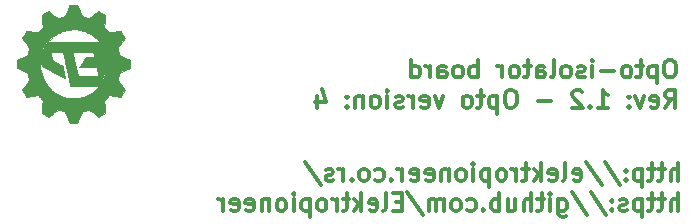
<source format=gbo>
G04 #@! TF.FileFunction,Legend,Bot*
%FSLAX46Y46*%
G04 Gerber Fmt 4.6, Leading zero omitted, Abs format (unit mm)*
G04 Created by KiCad (PCBNEW 4.0.6+dfsg1-1) date Mon Feb 26 19:53:53 2018*
%MOMM*%
%LPD*%
G01*
G04 APERTURE LIST*
%ADD10C,0.100000*%
%ADD11C,0.300000*%
%ADD12C,0.010000*%
G04 APERTURE END LIST*
D10*
D11*
X61825903Y22599309D02*
X61540189Y22599309D01*
X61397331Y22527880D01*
X61254474Y22385023D01*
X61183046Y22099309D01*
X61183046Y21599309D01*
X61254474Y21313594D01*
X61397331Y21170737D01*
X61540189Y21099309D01*
X61825903Y21099309D01*
X61968760Y21170737D01*
X62111617Y21313594D01*
X62183046Y21599309D01*
X62183046Y22099309D01*
X62111617Y22385023D01*
X61968760Y22527880D01*
X61825903Y22599309D01*
X60540188Y22099309D02*
X60540188Y20599309D01*
X60540188Y22027880D02*
X60397331Y22099309D01*
X60111617Y22099309D01*
X59968760Y22027880D01*
X59897331Y21956451D01*
X59825902Y21813594D01*
X59825902Y21385023D01*
X59897331Y21242166D01*
X59968760Y21170737D01*
X60111617Y21099309D01*
X60397331Y21099309D01*
X60540188Y21170737D01*
X59397331Y22099309D02*
X58825902Y22099309D01*
X59183045Y22599309D02*
X59183045Y21313594D01*
X59111617Y21170737D01*
X58968759Y21099309D01*
X58825902Y21099309D01*
X58111616Y21099309D02*
X58254474Y21170737D01*
X58325902Y21242166D01*
X58397331Y21385023D01*
X58397331Y21813594D01*
X58325902Y21956451D01*
X58254474Y22027880D01*
X58111616Y22099309D01*
X57897331Y22099309D01*
X57754474Y22027880D01*
X57683045Y21956451D01*
X57611616Y21813594D01*
X57611616Y21385023D01*
X57683045Y21242166D01*
X57754474Y21170737D01*
X57897331Y21099309D01*
X58111616Y21099309D01*
X56968759Y21670737D02*
X55825902Y21670737D01*
X55111616Y21099309D02*
X55111616Y22099309D01*
X55111616Y22599309D02*
X55183045Y22527880D01*
X55111616Y22456451D01*
X55040188Y22527880D01*
X55111616Y22599309D01*
X55111616Y22456451D01*
X54468759Y21170737D02*
X54325902Y21099309D01*
X54040187Y21099309D01*
X53897330Y21170737D01*
X53825902Y21313594D01*
X53825902Y21385023D01*
X53897330Y21527880D01*
X54040187Y21599309D01*
X54254473Y21599309D01*
X54397330Y21670737D01*
X54468759Y21813594D01*
X54468759Y21885023D01*
X54397330Y22027880D01*
X54254473Y22099309D01*
X54040187Y22099309D01*
X53897330Y22027880D01*
X52968758Y21099309D02*
X53111616Y21170737D01*
X53183044Y21242166D01*
X53254473Y21385023D01*
X53254473Y21813594D01*
X53183044Y21956451D01*
X53111616Y22027880D01*
X52968758Y22099309D01*
X52754473Y22099309D01*
X52611616Y22027880D01*
X52540187Y21956451D01*
X52468758Y21813594D01*
X52468758Y21385023D01*
X52540187Y21242166D01*
X52611616Y21170737D01*
X52754473Y21099309D01*
X52968758Y21099309D01*
X51611615Y21099309D02*
X51754473Y21170737D01*
X51825901Y21313594D01*
X51825901Y22599309D01*
X50397330Y21099309D02*
X50397330Y21885023D01*
X50468759Y22027880D01*
X50611616Y22099309D01*
X50897330Y22099309D01*
X51040187Y22027880D01*
X50397330Y21170737D02*
X50540187Y21099309D01*
X50897330Y21099309D01*
X51040187Y21170737D01*
X51111616Y21313594D01*
X51111616Y21456451D01*
X51040187Y21599309D01*
X50897330Y21670737D01*
X50540187Y21670737D01*
X50397330Y21742166D01*
X49897330Y22099309D02*
X49325901Y22099309D01*
X49683044Y22599309D02*
X49683044Y21313594D01*
X49611616Y21170737D01*
X49468758Y21099309D01*
X49325901Y21099309D01*
X48611615Y21099309D02*
X48754473Y21170737D01*
X48825901Y21242166D01*
X48897330Y21385023D01*
X48897330Y21813594D01*
X48825901Y21956451D01*
X48754473Y22027880D01*
X48611615Y22099309D01*
X48397330Y22099309D01*
X48254473Y22027880D01*
X48183044Y21956451D01*
X48111615Y21813594D01*
X48111615Y21385023D01*
X48183044Y21242166D01*
X48254473Y21170737D01*
X48397330Y21099309D01*
X48611615Y21099309D01*
X47468758Y21099309D02*
X47468758Y22099309D01*
X47468758Y21813594D02*
X47397330Y21956451D01*
X47325901Y22027880D01*
X47183044Y22099309D01*
X47040187Y22099309D01*
X45397330Y21099309D02*
X45397330Y22599309D01*
X45397330Y22027880D02*
X45254473Y22099309D01*
X44968759Y22099309D01*
X44825902Y22027880D01*
X44754473Y21956451D01*
X44683044Y21813594D01*
X44683044Y21385023D01*
X44754473Y21242166D01*
X44825902Y21170737D01*
X44968759Y21099309D01*
X45254473Y21099309D01*
X45397330Y21170737D01*
X43825901Y21099309D02*
X43968759Y21170737D01*
X44040187Y21242166D01*
X44111616Y21385023D01*
X44111616Y21813594D01*
X44040187Y21956451D01*
X43968759Y22027880D01*
X43825901Y22099309D01*
X43611616Y22099309D01*
X43468759Y22027880D01*
X43397330Y21956451D01*
X43325901Y21813594D01*
X43325901Y21385023D01*
X43397330Y21242166D01*
X43468759Y21170737D01*
X43611616Y21099309D01*
X43825901Y21099309D01*
X42040187Y21099309D02*
X42040187Y21885023D01*
X42111616Y22027880D01*
X42254473Y22099309D01*
X42540187Y22099309D01*
X42683044Y22027880D01*
X42040187Y21170737D02*
X42183044Y21099309D01*
X42540187Y21099309D01*
X42683044Y21170737D01*
X42754473Y21313594D01*
X42754473Y21456451D01*
X42683044Y21599309D01*
X42540187Y21670737D01*
X42183044Y21670737D01*
X42040187Y21742166D01*
X41325901Y21099309D02*
X41325901Y22099309D01*
X41325901Y21813594D02*
X41254473Y21956451D01*
X41183044Y22027880D01*
X41040187Y22099309D01*
X40897330Y22099309D01*
X39754473Y21099309D02*
X39754473Y22599309D01*
X39754473Y21170737D02*
X39897330Y21099309D01*
X40183044Y21099309D01*
X40325902Y21170737D01*
X40397330Y21242166D01*
X40468759Y21385023D01*
X40468759Y21813594D01*
X40397330Y21956451D01*
X40325902Y22027880D01*
X40183044Y22099309D01*
X39897330Y22099309D01*
X39754473Y22027880D01*
X61254474Y18549309D02*
X61754474Y19263594D01*
X62111617Y18549309D02*
X62111617Y20049309D01*
X61540189Y20049309D01*
X61397331Y19977880D01*
X61325903Y19906451D01*
X61254474Y19763594D01*
X61254474Y19549309D01*
X61325903Y19406451D01*
X61397331Y19335023D01*
X61540189Y19263594D01*
X62111617Y19263594D01*
X60040189Y18620737D02*
X60183046Y18549309D01*
X60468760Y18549309D01*
X60611617Y18620737D01*
X60683046Y18763594D01*
X60683046Y19335023D01*
X60611617Y19477880D01*
X60468760Y19549309D01*
X60183046Y19549309D01*
X60040189Y19477880D01*
X59968760Y19335023D01*
X59968760Y19192166D01*
X60683046Y19049309D01*
X59468760Y19549309D02*
X59111617Y18549309D01*
X58754475Y19549309D01*
X58183046Y18692166D02*
X58111618Y18620737D01*
X58183046Y18549309D01*
X58254475Y18620737D01*
X58183046Y18692166D01*
X58183046Y18549309D01*
X58183046Y19477880D02*
X58111618Y19406451D01*
X58183046Y19335023D01*
X58254475Y19406451D01*
X58183046Y19477880D01*
X58183046Y19335023D01*
X55540189Y18549309D02*
X56397332Y18549309D01*
X55968760Y18549309D02*
X55968760Y20049309D01*
X56111617Y19835023D01*
X56254475Y19692166D01*
X56397332Y19620737D01*
X54897332Y18692166D02*
X54825904Y18620737D01*
X54897332Y18549309D01*
X54968761Y18620737D01*
X54897332Y18692166D01*
X54897332Y18549309D01*
X54254475Y19906451D02*
X54183046Y19977880D01*
X54040189Y20049309D01*
X53683046Y20049309D01*
X53540189Y19977880D01*
X53468760Y19906451D01*
X53397332Y19763594D01*
X53397332Y19620737D01*
X53468760Y19406451D01*
X54325903Y18549309D01*
X53397332Y18549309D01*
X51611618Y19120737D02*
X50468761Y19120737D01*
X48325904Y20049309D02*
X48040190Y20049309D01*
X47897332Y19977880D01*
X47754475Y19835023D01*
X47683047Y19549309D01*
X47683047Y19049309D01*
X47754475Y18763594D01*
X47897332Y18620737D01*
X48040190Y18549309D01*
X48325904Y18549309D01*
X48468761Y18620737D01*
X48611618Y18763594D01*
X48683047Y19049309D01*
X48683047Y19549309D01*
X48611618Y19835023D01*
X48468761Y19977880D01*
X48325904Y20049309D01*
X47040189Y19549309D02*
X47040189Y18049309D01*
X47040189Y19477880D02*
X46897332Y19549309D01*
X46611618Y19549309D01*
X46468761Y19477880D01*
X46397332Y19406451D01*
X46325903Y19263594D01*
X46325903Y18835023D01*
X46397332Y18692166D01*
X46468761Y18620737D01*
X46611618Y18549309D01*
X46897332Y18549309D01*
X47040189Y18620737D01*
X45897332Y19549309D02*
X45325903Y19549309D01*
X45683046Y20049309D02*
X45683046Y18763594D01*
X45611618Y18620737D01*
X45468760Y18549309D01*
X45325903Y18549309D01*
X44611617Y18549309D02*
X44754475Y18620737D01*
X44825903Y18692166D01*
X44897332Y18835023D01*
X44897332Y19263594D01*
X44825903Y19406451D01*
X44754475Y19477880D01*
X44611617Y19549309D01*
X44397332Y19549309D01*
X44254475Y19477880D01*
X44183046Y19406451D01*
X44111617Y19263594D01*
X44111617Y18835023D01*
X44183046Y18692166D01*
X44254475Y18620737D01*
X44397332Y18549309D01*
X44611617Y18549309D01*
X42468760Y19549309D02*
X42111617Y18549309D01*
X41754475Y19549309D01*
X40611618Y18620737D02*
X40754475Y18549309D01*
X41040189Y18549309D01*
X41183046Y18620737D01*
X41254475Y18763594D01*
X41254475Y19335023D01*
X41183046Y19477880D01*
X41040189Y19549309D01*
X40754475Y19549309D01*
X40611618Y19477880D01*
X40540189Y19335023D01*
X40540189Y19192166D01*
X41254475Y19049309D01*
X39897332Y18549309D02*
X39897332Y19549309D01*
X39897332Y19263594D02*
X39825904Y19406451D01*
X39754475Y19477880D01*
X39611618Y19549309D01*
X39468761Y19549309D01*
X39040190Y18620737D02*
X38897333Y18549309D01*
X38611618Y18549309D01*
X38468761Y18620737D01*
X38397333Y18763594D01*
X38397333Y18835023D01*
X38468761Y18977880D01*
X38611618Y19049309D01*
X38825904Y19049309D01*
X38968761Y19120737D01*
X39040190Y19263594D01*
X39040190Y19335023D01*
X38968761Y19477880D01*
X38825904Y19549309D01*
X38611618Y19549309D01*
X38468761Y19477880D01*
X37754475Y18549309D02*
X37754475Y19549309D01*
X37754475Y20049309D02*
X37825904Y19977880D01*
X37754475Y19906451D01*
X37683047Y19977880D01*
X37754475Y20049309D01*
X37754475Y19906451D01*
X36825903Y18549309D02*
X36968761Y18620737D01*
X37040189Y18692166D01*
X37111618Y18835023D01*
X37111618Y19263594D01*
X37040189Y19406451D01*
X36968761Y19477880D01*
X36825903Y19549309D01*
X36611618Y19549309D01*
X36468761Y19477880D01*
X36397332Y19406451D01*
X36325903Y19263594D01*
X36325903Y18835023D01*
X36397332Y18692166D01*
X36468761Y18620737D01*
X36611618Y18549309D01*
X36825903Y18549309D01*
X35683046Y19549309D02*
X35683046Y18549309D01*
X35683046Y19406451D02*
X35611618Y19477880D01*
X35468760Y19549309D01*
X35254475Y19549309D01*
X35111618Y19477880D01*
X35040189Y19335023D01*
X35040189Y18549309D01*
X34325903Y18692166D02*
X34254475Y18620737D01*
X34325903Y18549309D01*
X34397332Y18620737D01*
X34325903Y18692166D01*
X34325903Y18549309D01*
X34325903Y19477880D02*
X34254475Y19406451D01*
X34325903Y19335023D01*
X34397332Y19406451D01*
X34325903Y19477880D01*
X34325903Y19335023D01*
X31825903Y19549309D02*
X31825903Y18549309D01*
X32183046Y20120737D02*
X32540189Y19049309D01*
X31611617Y19049309D01*
X62378617Y12347309D02*
X62378617Y13847309D01*
X61735760Y12347309D02*
X61735760Y13133023D01*
X61807189Y13275880D01*
X61950046Y13347309D01*
X62164331Y13347309D01*
X62307189Y13275880D01*
X62378617Y13204451D01*
X61235760Y13347309D02*
X60664331Y13347309D01*
X61021474Y13847309D02*
X61021474Y12561594D01*
X60950046Y12418737D01*
X60807188Y12347309D01*
X60664331Y12347309D01*
X60378617Y13347309D02*
X59807188Y13347309D01*
X60164331Y13847309D02*
X60164331Y12561594D01*
X60092903Y12418737D01*
X59950045Y12347309D01*
X59807188Y12347309D01*
X59307188Y13347309D02*
X59307188Y11847309D01*
X59307188Y13275880D02*
X59164331Y13347309D01*
X58878617Y13347309D01*
X58735760Y13275880D01*
X58664331Y13204451D01*
X58592902Y13061594D01*
X58592902Y12633023D01*
X58664331Y12490166D01*
X58735760Y12418737D01*
X58878617Y12347309D01*
X59164331Y12347309D01*
X59307188Y12418737D01*
X57950045Y12490166D02*
X57878617Y12418737D01*
X57950045Y12347309D01*
X58021474Y12418737D01*
X57950045Y12490166D01*
X57950045Y12347309D01*
X57950045Y13275880D02*
X57878617Y13204451D01*
X57950045Y13133023D01*
X58021474Y13204451D01*
X57950045Y13275880D01*
X57950045Y13133023D01*
X56164331Y13918737D02*
X57450045Y11990166D01*
X54592902Y13918737D02*
X55878616Y11990166D01*
X53521473Y12418737D02*
X53664330Y12347309D01*
X53950044Y12347309D01*
X54092901Y12418737D01*
X54164330Y12561594D01*
X54164330Y13133023D01*
X54092901Y13275880D01*
X53950044Y13347309D01*
X53664330Y13347309D01*
X53521473Y13275880D01*
X53450044Y13133023D01*
X53450044Y12990166D01*
X54164330Y12847309D01*
X52592901Y12347309D02*
X52735759Y12418737D01*
X52807187Y12561594D01*
X52807187Y13847309D01*
X51450045Y12418737D02*
X51592902Y12347309D01*
X51878616Y12347309D01*
X52021473Y12418737D01*
X52092902Y12561594D01*
X52092902Y13133023D01*
X52021473Y13275880D01*
X51878616Y13347309D01*
X51592902Y13347309D01*
X51450045Y13275880D01*
X51378616Y13133023D01*
X51378616Y12990166D01*
X52092902Y12847309D01*
X50735759Y12347309D02*
X50735759Y13847309D01*
X50592902Y12918737D02*
X50164331Y12347309D01*
X50164331Y13347309D02*
X50735759Y12775880D01*
X49735759Y13347309D02*
X49164330Y13347309D01*
X49521473Y13847309D02*
X49521473Y12561594D01*
X49450045Y12418737D01*
X49307187Y12347309D01*
X49164330Y12347309D01*
X48664330Y12347309D02*
X48664330Y13347309D01*
X48664330Y13061594D02*
X48592902Y13204451D01*
X48521473Y13275880D01*
X48378616Y13347309D01*
X48235759Y13347309D01*
X47521473Y12347309D02*
X47664331Y12418737D01*
X47735759Y12490166D01*
X47807188Y12633023D01*
X47807188Y13061594D01*
X47735759Y13204451D01*
X47664331Y13275880D01*
X47521473Y13347309D01*
X47307188Y13347309D01*
X47164331Y13275880D01*
X47092902Y13204451D01*
X47021473Y13061594D01*
X47021473Y12633023D01*
X47092902Y12490166D01*
X47164331Y12418737D01*
X47307188Y12347309D01*
X47521473Y12347309D01*
X46378616Y13347309D02*
X46378616Y11847309D01*
X46378616Y13275880D02*
X46235759Y13347309D01*
X45950045Y13347309D01*
X45807188Y13275880D01*
X45735759Y13204451D01*
X45664330Y13061594D01*
X45664330Y12633023D01*
X45735759Y12490166D01*
X45807188Y12418737D01*
X45950045Y12347309D01*
X46235759Y12347309D01*
X46378616Y12418737D01*
X45021473Y12347309D02*
X45021473Y13347309D01*
X45021473Y13847309D02*
X45092902Y13775880D01*
X45021473Y13704451D01*
X44950045Y13775880D01*
X45021473Y13847309D01*
X45021473Y13704451D01*
X44092901Y12347309D02*
X44235759Y12418737D01*
X44307187Y12490166D01*
X44378616Y12633023D01*
X44378616Y13061594D01*
X44307187Y13204451D01*
X44235759Y13275880D01*
X44092901Y13347309D01*
X43878616Y13347309D01*
X43735759Y13275880D01*
X43664330Y13204451D01*
X43592901Y13061594D01*
X43592901Y12633023D01*
X43664330Y12490166D01*
X43735759Y12418737D01*
X43878616Y12347309D01*
X44092901Y12347309D01*
X42950044Y13347309D02*
X42950044Y12347309D01*
X42950044Y13204451D02*
X42878616Y13275880D01*
X42735758Y13347309D01*
X42521473Y13347309D01*
X42378616Y13275880D01*
X42307187Y13133023D01*
X42307187Y12347309D01*
X41021473Y12418737D02*
X41164330Y12347309D01*
X41450044Y12347309D01*
X41592901Y12418737D01*
X41664330Y12561594D01*
X41664330Y13133023D01*
X41592901Y13275880D01*
X41450044Y13347309D01*
X41164330Y13347309D01*
X41021473Y13275880D01*
X40950044Y13133023D01*
X40950044Y12990166D01*
X41664330Y12847309D01*
X39735759Y12418737D02*
X39878616Y12347309D01*
X40164330Y12347309D01*
X40307187Y12418737D01*
X40378616Y12561594D01*
X40378616Y13133023D01*
X40307187Y13275880D01*
X40164330Y13347309D01*
X39878616Y13347309D01*
X39735759Y13275880D01*
X39664330Y13133023D01*
X39664330Y12990166D01*
X40378616Y12847309D01*
X39021473Y12347309D02*
X39021473Y13347309D01*
X39021473Y13061594D02*
X38950045Y13204451D01*
X38878616Y13275880D01*
X38735759Y13347309D01*
X38592902Y13347309D01*
X38092902Y12490166D02*
X38021474Y12418737D01*
X38092902Y12347309D01*
X38164331Y12418737D01*
X38092902Y12490166D01*
X38092902Y12347309D01*
X36735759Y12418737D02*
X36878616Y12347309D01*
X37164330Y12347309D01*
X37307188Y12418737D01*
X37378616Y12490166D01*
X37450045Y12633023D01*
X37450045Y13061594D01*
X37378616Y13204451D01*
X37307188Y13275880D01*
X37164330Y13347309D01*
X36878616Y13347309D01*
X36735759Y13275880D01*
X35878616Y12347309D02*
X36021474Y12418737D01*
X36092902Y12490166D01*
X36164331Y12633023D01*
X36164331Y13061594D01*
X36092902Y13204451D01*
X36021474Y13275880D01*
X35878616Y13347309D01*
X35664331Y13347309D01*
X35521474Y13275880D01*
X35450045Y13204451D01*
X35378616Y13061594D01*
X35378616Y12633023D01*
X35450045Y12490166D01*
X35521474Y12418737D01*
X35664331Y12347309D01*
X35878616Y12347309D01*
X34735759Y12490166D02*
X34664331Y12418737D01*
X34735759Y12347309D01*
X34807188Y12418737D01*
X34735759Y12490166D01*
X34735759Y12347309D01*
X34021473Y12347309D02*
X34021473Y13347309D01*
X34021473Y13061594D02*
X33950045Y13204451D01*
X33878616Y13275880D01*
X33735759Y13347309D01*
X33592902Y13347309D01*
X33164331Y12418737D02*
X33021474Y12347309D01*
X32735759Y12347309D01*
X32592902Y12418737D01*
X32521474Y12561594D01*
X32521474Y12633023D01*
X32592902Y12775880D01*
X32735759Y12847309D01*
X32950045Y12847309D01*
X33092902Y12918737D01*
X33164331Y13061594D01*
X33164331Y13133023D01*
X33092902Y13275880D01*
X32950045Y13347309D01*
X32735759Y13347309D01*
X32592902Y13275880D01*
X30807188Y13918737D02*
X32092902Y11990166D01*
X62378617Y9797309D02*
X62378617Y11297309D01*
X61735760Y9797309D02*
X61735760Y10583023D01*
X61807189Y10725880D01*
X61950046Y10797309D01*
X62164331Y10797309D01*
X62307189Y10725880D01*
X62378617Y10654451D01*
X61235760Y10797309D02*
X60664331Y10797309D01*
X61021474Y11297309D02*
X61021474Y10011594D01*
X60950046Y9868737D01*
X60807188Y9797309D01*
X60664331Y9797309D01*
X60378617Y10797309D02*
X59807188Y10797309D01*
X60164331Y11297309D02*
X60164331Y10011594D01*
X60092903Y9868737D01*
X59950045Y9797309D01*
X59807188Y9797309D01*
X59307188Y10797309D02*
X59307188Y9297309D01*
X59307188Y10725880D02*
X59164331Y10797309D01*
X58878617Y10797309D01*
X58735760Y10725880D01*
X58664331Y10654451D01*
X58592902Y10511594D01*
X58592902Y10083023D01*
X58664331Y9940166D01*
X58735760Y9868737D01*
X58878617Y9797309D01*
X59164331Y9797309D01*
X59307188Y9868737D01*
X58021474Y9868737D02*
X57878617Y9797309D01*
X57592902Y9797309D01*
X57450045Y9868737D01*
X57378617Y10011594D01*
X57378617Y10083023D01*
X57450045Y10225880D01*
X57592902Y10297309D01*
X57807188Y10297309D01*
X57950045Y10368737D01*
X58021474Y10511594D01*
X58021474Y10583023D01*
X57950045Y10725880D01*
X57807188Y10797309D01*
X57592902Y10797309D01*
X57450045Y10725880D01*
X56735759Y9940166D02*
X56664331Y9868737D01*
X56735759Y9797309D01*
X56807188Y9868737D01*
X56735759Y9940166D01*
X56735759Y9797309D01*
X56735759Y10725880D02*
X56664331Y10654451D01*
X56735759Y10583023D01*
X56807188Y10654451D01*
X56735759Y10725880D01*
X56735759Y10583023D01*
X54950045Y11368737D02*
X56235759Y9440166D01*
X53378616Y11368737D02*
X54664330Y9440166D01*
X52235758Y10797309D02*
X52235758Y9583023D01*
X52307187Y9440166D01*
X52378615Y9368737D01*
X52521472Y9297309D01*
X52735758Y9297309D01*
X52878615Y9368737D01*
X52235758Y9868737D02*
X52378615Y9797309D01*
X52664329Y9797309D01*
X52807187Y9868737D01*
X52878615Y9940166D01*
X52950044Y10083023D01*
X52950044Y10511594D01*
X52878615Y10654451D01*
X52807187Y10725880D01*
X52664329Y10797309D01*
X52378615Y10797309D01*
X52235758Y10725880D01*
X51521472Y9797309D02*
X51521472Y10797309D01*
X51521472Y11297309D02*
X51592901Y11225880D01*
X51521472Y11154451D01*
X51450044Y11225880D01*
X51521472Y11297309D01*
X51521472Y11154451D01*
X51021472Y10797309D02*
X50450043Y10797309D01*
X50807186Y11297309D02*
X50807186Y10011594D01*
X50735758Y9868737D01*
X50592900Y9797309D01*
X50450043Y9797309D01*
X49950043Y9797309D02*
X49950043Y11297309D01*
X49307186Y9797309D02*
X49307186Y10583023D01*
X49378615Y10725880D01*
X49521472Y10797309D01*
X49735757Y10797309D01*
X49878615Y10725880D01*
X49950043Y10654451D01*
X47950043Y10797309D02*
X47950043Y9797309D01*
X48592900Y10797309D02*
X48592900Y10011594D01*
X48521472Y9868737D01*
X48378614Y9797309D01*
X48164329Y9797309D01*
X48021472Y9868737D01*
X47950043Y9940166D01*
X47235757Y9797309D02*
X47235757Y11297309D01*
X47235757Y10725880D02*
X47092900Y10797309D01*
X46807186Y10797309D01*
X46664329Y10725880D01*
X46592900Y10654451D01*
X46521471Y10511594D01*
X46521471Y10083023D01*
X46592900Y9940166D01*
X46664329Y9868737D01*
X46807186Y9797309D01*
X47092900Y9797309D01*
X47235757Y9868737D01*
X45878614Y9940166D02*
X45807186Y9868737D01*
X45878614Y9797309D01*
X45950043Y9868737D01*
X45878614Y9940166D01*
X45878614Y9797309D01*
X44521471Y9868737D02*
X44664328Y9797309D01*
X44950042Y9797309D01*
X45092900Y9868737D01*
X45164328Y9940166D01*
X45235757Y10083023D01*
X45235757Y10511594D01*
X45164328Y10654451D01*
X45092900Y10725880D01*
X44950042Y10797309D01*
X44664328Y10797309D01*
X44521471Y10725880D01*
X43664328Y9797309D02*
X43807186Y9868737D01*
X43878614Y9940166D01*
X43950043Y10083023D01*
X43950043Y10511594D01*
X43878614Y10654451D01*
X43807186Y10725880D01*
X43664328Y10797309D01*
X43450043Y10797309D01*
X43307186Y10725880D01*
X43235757Y10654451D01*
X43164328Y10511594D01*
X43164328Y10083023D01*
X43235757Y9940166D01*
X43307186Y9868737D01*
X43450043Y9797309D01*
X43664328Y9797309D01*
X42521471Y9797309D02*
X42521471Y10797309D01*
X42521471Y10654451D02*
X42450043Y10725880D01*
X42307185Y10797309D01*
X42092900Y10797309D01*
X41950043Y10725880D01*
X41878614Y10583023D01*
X41878614Y9797309D01*
X41878614Y10583023D02*
X41807185Y10725880D01*
X41664328Y10797309D01*
X41450043Y10797309D01*
X41307185Y10725880D01*
X41235757Y10583023D01*
X41235757Y9797309D01*
X39450043Y11368737D02*
X40735757Y9440166D01*
X38950042Y10583023D02*
X38450042Y10583023D01*
X38235756Y9797309D02*
X38950042Y9797309D01*
X38950042Y11297309D01*
X38235756Y11297309D01*
X37378613Y9797309D02*
X37521471Y9868737D01*
X37592899Y10011594D01*
X37592899Y11297309D01*
X36235757Y9868737D02*
X36378614Y9797309D01*
X36664328Y9797309D01*
X36807185Y9868737D01*
X36878614Y10011594D01*
X36878614Y10583023D01*
X36807185Y10725880D01*
X36664328Y10797309D01*
X36378614Y10797309D01*
X36235757Y10725880D01*
X36164328Y10583023D01*
X36164328Y10440166D01*
X36878614Y10297309D01*
X35521471Y9797309D02*
X35521471Y11297309D01*
X35378614Y10368737D02*
X34950043Y9797309D01*
X34950043Y10797309D02*
X35521471Y10225880D01*
X34521471Y10797309D02*
X33950042Y10797309D01*
X34307185Y11297309D02*
X34307185Y10011594D01*
X34235757Y9868737D01*
X34092899Y9797309D01*
X33950042Y9797309D01*
X33450042Y9797309D02*
X33450042Y10797309D01*
X33450042Y10511594D02*
X33378614Y10654451D01*
X33307185Y10725880D01*
X33164328Y10797309D01*
X33021471Y10797309D01*
X32307185Y9797309D02*
X32450043Y9868737D01*
X32521471Y9940166D01*
X32592900Y10083023D01*
X32592900Y10511594D01*
X32521471Y10654451D01*
X32450043Y10725880D01*
X32307185Y10797309D01*
X32092900Y10797309D01*
X31950043Y10725880D01*
X31878614Y10654451D01*
X31807185Y10511594D01*
X31807185Y10083023D01*
X31878614Y9940166D01*
X31950043Y9868737D01*
X32092900Y9797309D01*
X32307185Y9797309D01*
X31164328Y10797309D02*
X31164328Y9297309D01*
X31164328Y10725880D02*
X31021471Y10797309D01*
X30735757Y10797309D01*
X30592900Y10725880D01*
X30521471Y10654451D01*
X30450042Y10511594D01*
X30450042Y10083023D01*
X30521471Y9940166D01*
X30592900Y9868737D01*
X30735757Y9797309D01*
X31021471Y9797309D01*
X31164328Y9868737D01*
X29807185Y9797309D02*
X29807185Y10797309D01*
X29807185Y11297309D02*
X29878614Y11225880D01*
X29807185Y11154451D01*
X29735757Y11225880D01*
X29807185Y11297309D01*
X29807185Y11154451D01*
X28878613Y9797309D02*
X29021471Y9868737D01*
X29092899Y9940166D01*
X29164328Y10083023D01*
X29164328Y10511594D01*
X29092899Y10654451D01*
X29021471Y10725880D01*
X28878613Y10797309D01*
X28664328Y10797309D01*
X28521471Y10725880D01*
X28450042Y10654451D01*
X28378613Y10511594D01*
X28378613Y10083023D01*
X28450042Y9940166D01*
X28521471Y9868737D01*
X28664328Y9797309D01*
X28878613Y9797309D01*
X27735756Y10797309D02*
X27735756Y9797309D01*
X27735756Y10654451D02*
X27664328Y10725880D01*
X27521470Y10797309D01*
X27307185Y10797309D01*
X27164328Y10725880D01*
X27092899Y10583023D01*
X27092899Y9797309D01*
X25807185Y9868737D02*
X25950042Y9797309D01*
X26235756Y9797309D01*
X26378613Y9868737D01*
X26450042Y10011594D01*
X26450042Y10583023D01*
X26378613Y10725880D01*
X26235756Y10797309D01*
X25950042Y10797309D01*
X25807185Y10725880D01*
X25735756Y10583023D01*
X25735756Y10440166D01*
X26450042Y10297309D01*
X24521471Y9868737D02*
X24664328Y9797309D01*
X24950042Y9797309D01*
X25092899Y9868737D01*
X25164328Y10011594D01*
X25164328Y10583023D01*
X25092899Y10725880D01*
X24950042Y10797309D01*
X24664328Y10797309D01*
X24521471Y10725880D01*
X24450042Y10583023D01*
X24450042Y10440166D01*
X25164328Y10297309D01*
X23807185Y9797309D02*
X23807185Y10797309D01*
X23807185Y10511594D02*
X23735757Y10654451D01*
X23664328Y10725880D01*
X23521471Y10797309D01*
X23378614Y10797309D01*
D12*
G36*
X11077808Y27226272D02*
X11000138Y27225862D01*
X10932722Y27225200D01*
X10880369Y27224287D01*
X10847889Y27223123D01*
X10839481Y27222105D01*
X10833085Y27208578D01*
X10816842Y27172048D01*
X10792032Y27115452D01*
X10759933Y27041724D01*
X10721822Y26953801D01*
X10678978Y26854616D01*
X10634938Y26752357D01*
X10588770Y26645151D01*
X10546121Y26546386D01*
X10508268Y26459001D01*
X10476489Y26385937D01*
X10452064Y26330131D01*
X10436270Y26294524D01*
X10430423Y26282083D01*
X10415709Y26276964D01*
X10379542Y26267110D01*
X10327967Y26254116D01*
X10287515Y26244379D01*
X10207639Y26224160D01*
X10117246Y26199250D01*
X10032501Y26174152D01*
X10010489Y26167225D01*
X9871985Y26122832D01*
X9464580Y26428154D01*
X9357347Y26508374D01*
X9270276Y26573057D01*
X9201046Y26623724D01*
X9147339Y26661899D01*
X9106834Y26689106D01*
X9077212Y26706869D01*
X9056153Y26716711D01*
X9041338Y26720155D01*
X9030448Y26718725D01*
X9025509Y26716530D01*
X9004180Y26704408D01*
X8962737Y26680255D01*
X8905304Y26646495D01*
X8836003Y26605554D01*
X8758957Y26559859D01*
X8736629Y26546585D01*
X8479414Y26393586D01*
X8485743Y26340305D01*
X8488690Y26313586D01*
X8494106Y26262571D01*
X8501597Y26191042D01*
X8510772Y26102780D01*
X8521234Y26001565D01*
X8532592Y25891178D01*
X8539728Y25821582D01*
X8587385Y25356140D01*
X8420625Y25186582D01*
X8361778Y25126522D01*
X8306903Y25070099D01*
X8260366Y25021834D01*
X8226534Y24986250D01*
X8213651Y24972313D01*
X8173438Y24927601D01*
X7674556Y24983783D01*
X7559257Y24996637D01*
X7453180Y25008214D01*
X7359500Y25018184D01*
X7281394Y25026221D01*
X7222035Y25031998D01*
X7184600Y25035188D01*
X7172247Y25035550D01*
X7164700Y25022512D01*
X7145351Y24988273D01*
X7116135Y24936285D01*
X7078992Y24869997D01*
X7035856Y24792861D01*
X7005111Y24737802D01*
X6841403Y24444469D01*
X7091963Y24088691D01*
X7156641Y23996785D01*
X7218161Y23909239D01*
X7274057Y23829571D01*
X7321865Y23761297D01*
X7359121Y23707935D01*
X7383360Y23673001D01*
X7387941Y23666323D01*
X7433358Y23599733D01*
X7395221Y23468767D01*
X7375272Y23396808D01*
X7352864Y23310576D01*
X7331408Y23223402D01*
X7320761Y23177739D01*
X7284438Y23017676D01*
X6360160Y22592946D01*
X6360160Y21909660D01*
X6822299Y21696982D01*
X7284438Y21484305D01*
X7320761Y21324498D01*
X7340127Y21242901D01*
X7362422Y21154502D01*
X7384226Y21072661D01*
X7395221Y21033726D01*
X7433358Y20902760D01*
X7387941Y20836170D01*
X7368358Y20807834D01*
X7334975Y20759951D01*
X7290255Y20696038D01*
X7236664Y20619612D01*
X7176666Y20534190D01*
X7112725Y20443289D01*
X7091963Y20413802D01*
X6841403Y20058024D01*
X7005111Y19764691D01*
X7051133Y19682297D01*
X7092438Y19608480D01*
X7127088Y19546690D01*
X7153147Y19500379D01*
X7168679Y19472995D01*
X7172221Y19466968D01*
X7186523Y19467472D01*
X7225688Y19470856D01*
X7286543Y19476795D01*
X7365911Y19484962D01*
X7460619Y19495031D01*
X7567491Y19506676D01*
X7674531Y19518580D01*
X8173438Y19574580D01*
X8213651Y19530025D01*
X8237161Y19504879D01*
X8276144Y19464179D01*
X8326235Y19412443D01*
X8383066Y19354189D01*
X8420625Y19315911D01*
X8587385Y19146354D01*
X8539728Y18680911D01*
X8528020Y18566814D01*
X8516969Y18459602D01*
X8506968Y18363057D01*
X8498412Y18280958D01*
X8491694Y18217089D01*
X8487207Y18175228D01*
X8485743Y18162188D01*
X8479414Y18108907D01*
X8736629Y17955909D01*
X8815100Y17909319D01*
X8886978Y17866807D01*
X8948139Y17830799D01*
X8994460Y17803720D01*
X9021817Y17787996D01*
X9025509Y17785964D01*
X9035266Y17782580D01*
X9047726Y17783269D01*
X9065210Y17789554D01*
X9090037Y17802959D01*
X9124526Y17825007D01*
X9170997Y17857221D01*
X9231769Y17901125D01*
X9309163Y17958242D01*
X9405497Y18030096D01*
X9464580Y18074339D01*
X9871985Y18379661D01*
X10010489Y18335269D01*
X10090359Y18310997D01*
X10180751Y18285556D01*
X10265501Y18263448D01*
X10287515Y18258114D01*
X10346062Y18243903D01*
X10393280Y18231756D01*
X10423121Y18223267D01*
X10430392Y18220410D01*
X10436773Y18206758D01*
X10452997Y18170107D01*
X10477786Y18113399D01*
X10509861Y18039576D01*
X10547945Y17951577D01*
X10590760Y17852343D01*
X10634616Y17750427D01*
X10680746Y17643261D01*
X10723374Y17544550D01*
X10761221Y17457234D01*
X10793005Y17384252D01*
X10817449Y17328542D01*
X10833272Y17293043D01*
X10839151Y17280718D01*
X10854507Y17278772D01*
X10893224Y17277061D01*
X10950440Y17275611D01*
X11021295Y17274444D01*
X11100928Y17273587D01*
X11184479Y17273063D01*
X11267086Y17272897D01*
X11343889Y17273115D01*
X11410027Y17273740D01*
X11460639Y17274797D01*
X11490864Y17276311D01*
X11497101Y17277385D01*
X11505237Y17291622D01*
X11523102Y17328860D01*
X11549366Y17386135D01*
X11582698Y17460480D01*
X11621769Y17548933D01*
X11665250Y17648527D01*
X11709147Y17750107D01*
X11755316Y17857316D01*
X11797967Y17956085D01*
X11835822Y18043473D01*
X11867602Y18116542D01*
X11892029Y18172352D01*
X11907826Y18207963D01*
X11913675Y18220410D01*
X11928388Y18225529D01*
X11964556Y18235383D01*
X12016130Y18248377D01*
X12056583Y18258114D01*
X12136459Y18278333D01*
X12226852Y18303243D01*
X12311597Y18328341D01*
X12333608Y18335269D01*
X12472112Y18379661D01*
X12879518Y18074339D01*
X12986750Y17994119D01*
X13073822Y17929437D01*
X13143051Y17878770D01*
X13196759Y17840594D01*
X13237264Y17813387D01*
X13266886Y17795624D01*
X13287944Y17785782D01*
X13302759Y17782338D01*
X13313649Y17783769D01*
X13318589Y17785964D01*
X13339917Y17798085D01*
X13381360Y17822238D01*
X13438794Y17855998D01*
X13508095Y17896939D01*
X13585140Y17942634D01*
X13607468Y17955909D01*
X13864683Y18108907D01*
X13858355Y18162188D01*
X13855408Y18188907D01*
X13849992Y18239922D01*
X13842500Y18311451D01*
X13833326Y18399714D01*
X13822863Y18500928D01*
X13811505Y18611315D01*
X13804369Y18680911D01*
X13756712Y19146354D01*
X13923473Y19315911D01*
X13982319Y19375972D01*
X14037195Y19432395D01*
X14083732Y19480659D01*
X14117563Y19516243D01*
X14130447Y19530181D01*
X14170660Y19574892D01*
X14669541Y19518710D01*
X14784841Y19505856D01*
X14890918Y19494280D01*
X14984597Y19484309D01*
X15062704Y19476272D01*
X15122062Y19470495D01*
X15159497Y19467305D01*
X15171851Y19466943D01*
X15179397Y19479981D01*
X15198747Y19514220D01*
X15227962Y19566208D01*
X15265106Y19632496D01*
X15308241Y19709632D01*
X15338986Y19764691D01*
X15502694Y20058024D01*
X15252134Y20413802D01*
X15187456Y20505708D01*
X15125937Y20593254D01*
X15070041Y20672922D01*
X15022233Y20741196D01*
X14984977Y20794558D01*
X14960738Y20829492D01*
X14956156Y20836170D01*
X14910739Y20902760D01*
X14948876Y21033726D01*
X14968825Y21105685D01*
X14991233Y21191917D01*
X15012689Y21279092D01*
X15023337Y21324754D01*
X15059660Y21484817D01*
X15983938Y21909547D01*
X15983938Y22251247D01*
X13994271Y22251247D01*
X13989707Y22049800D01*
X13975083Y21866367D01*
X13949005Y21692101D01*
X13910075Y21518157D01*
X13856900Y21335688D01*
X13843159Y21293547D01*
X13740402Y21027394D01*
X13613370Y20774017D01*
X13463357Y20535124D01*
X13291656Y20312425D01*
X13099558Y20107626D01*
X12888358Y19922437D01*
X12703104Y19787267D01*
X12604933Y19726376D01*
X12488883Y19662129D01*
X12363381Y19598639D01*
X12236854Y19540018D01*
X12117731Y19490379D01*
X12029962Y19458766D01*
X11896577Y19419578D01*
X11752195Y19384425D01*
X11609248Y19356075D01*
X11488079Y19338190D01*
X11406997Y19331493D01*
X11306698Y19327302D01*
X11196074Y19325619D01*
X11084017Y19326448D01*
X10979422Y19329792D01*
X10891180Y19335655D01*
X10868763Y19337959D01*
X10612117Y19379151D01*
X10365802Y19443457D01*
X10123938Y19532614D01*
X9965549Y19605100D01*
X9794909Y19694725D01*
X9641875Y19788213D01*
X9495984Y19892400D01*
X9370244Y19994083D01*
X9167165Y20184492D01*
X8984043Y20393967D01*
X8821832Y20620708D01*
X8681486Y20862913D01*
X8563960Y21118783D01*
X8470209Y21386517D01*
X8401188Y21664314D01*
X8364607Y21891043D01*
X8359491Y21947388D01*
X8355142Y22023791D01*
X8351896Y22112092D01*
X8350088Y22204128D01*
X8349826Y22251247D01*
X8354391Y22452693D01*
X8369014Y22636126D01*
X8395093Y22810392D01*
X8434022Y22984336D01*
X8487198Y23166805D01*
X8500939Y23208946D01*
X8603696Y23475099D01*
X8730727Y23728476D01*
X8880740Y23967369D01*
X9052442Y24190069D01*
X9244539Y24394867D01*
X9455739Y24580056D01*
X9640993Y24715226D01*
X9738668Y24775822D01*
X9854168Y24839805D01*
X9979107Y24903080D01*
X10105100Y24961554D01*
X10223759Y25011131D01*
X10313189Y25043413D01*
X10582469Y25116406D01*
X10855852Y25161825D01*
X11131428Y25179669D01*
X11407284Y25169940D01*
X11681511Y25132636D01*
X11952198Y25067759D01*
X12030909Y25043413D01*
X12136625Y25004707D01*
X12256855Y24953599D01*
X12383212Y24894184D01*
X12507310Y24830555D01*
X12620764Y24766807D01*
X12703104Y24715226D01*
X12928909Y24547272D01*
X13136664Y24358318D01*
X13325076Y24150070D01*
X13492854Y23924239D01*
X13638703Y23682531D01*
X13761330Y23426656D01*
X13843159Y23208946D01*
X13899654Y23023416D01*
X13941596Y22848356D01*
X13970380Y22674920D01*
X13987403Y22494261D01*
X13994059Y22297534D01*
X13994271Y22251247D01*
X15983938Y22251247D01*
X15983938Y22592946D01*
X15059660Y23017676D01*
X15023337Y23177739D01*
X15003990Y23259365D01*
X14981718Y23347768D01*
X14959929Y23429615D01*
X14948876Y23468767D01*
X14910739Y23599733D01*
X14956156Y23666323D01*
X14975739Y23694659D01*
X15009123Y23742542D01*
X15053842Y23806455D01*
X15107433Y23882881D01*
X15167432Y23968303D01*
X15231372Y24059204D01*
X15252134Y24088691D01*
X15502694Y24444469D01*
X15338986Y24737802D01*
X15292963Y24820198D01*
X15251655Y24894019D01*
X15217000Y24955813D01*
X15190935Y25002130D01*
X15175397Y25029520D01*
X15171851Y25035550D01*
X15157544Y25035048D01*
X15118375Y25031655D01*
X15057517Y25025699D01*
X14978147Y25017507D01*
X14883440Y25007406D01*
X14776570Y24995724D01*
X14669541Y24983783D01*
X14170660Y24927601D01*
X14130447Y24972313D01*
X14106935Y24997513D01*
X14067948Y25038261D01*
X14017853Y25090035D01*
X13961018Y25148314D01*
X13923473Y25186582D01*
X13756712Y25356140D01*
X13804369Y25821582D01*
X13816078Y25935679D01*
X13827129Y26042891D01*
X13837129Y26139437D01*
X13845685Y26221535D01*
X13852403Y26285405D01*
X13856890Y26327265D01*
X13858355Y26340305D01*
X13864683Y26393586D01*
X13607468Y26546585D01*
X13528997Y26593174D01*
X13457120Y26635686D01*
X13395959Y26671694D01*
X13349638Y26698773D01*
X13322280Y26714497D01*
X13318589Y26716530D01*
X13308832Y26719913D01*
X13296371Y26719224D01*
X13278887Y26712939D01*
X13254061Y26699534D01*
X13219572Y26677487D01*
X13173101Y26645272D01*
X13112328Y26601368D01*
X13034934Y26544251D01*
X12938600Y26472397D01*
X12879518Y26428154D01*
X12472112Y26122832D01*
X12333608Y26167225D01*
X12253739Y26191496D01*
X12163346Y26216937D01*
X12078597Y26239045D01*
X12056583Y26244379D01*
X11998031Y26258590D01*
X11950805Y26270738D01*
X11920953Y26279227D01*
X11913675Y26282083D01*
X11907284Y26295734D01*
X11891044Y26332382D01*
X11866235Y26389087D01*
X11834134Y26462910D01*
X11796020Y26550911D01*
X11753172Y26650150D01*
X11709160Y26752357D01*
X11662996Y26859538D01*
X11620348Y26958254D01*
X11582494Y27045570D01*
X11550712Y27118551D01*
X11526280Y27174260D01*
X11510476Y27209764D01*
X11504616Y27222105D01*
X11489832Y27223454D01*
X11451636Y27224553D01*
X11394838Y27225399D01*
X11324247Y27225995D01*
X11244672Y27226338D01*
X11160922Y27226431D01*
X11077808Y27226272D01*
X11077808Y27226272D01*
G37*
X11077808Y27226272D02*
X11000138Y27225862D01*
X10932722Y27225200D01*
X10880369Y27224287D01*
X10847889Y27223123D01*
X10839481Y27222105D01*
X10833085Y27208578D01*
X10816842Y27172048D01*
X10792032Y27115452D01*
X10759933Y27041724D01*
X10721822Y26953801D01*
X10678978Y26854616D01*
X10634938Y26752357D01*
X10588770Y26645151D01*
X10546121Y26546386D01*
X10508268Y26459001D01*
X10476489Y26385937D01*
X10452064Y26330131D01*
X10436270Y26294524D01*
X10430423Y26282083D01*
X10415709Y26276964D01*
X10379542Y26267110D01*
X10327967Y26254116D01*
X10287515Y26244379D01*
X10207639Y26224160D01*
X10117246Y26199250D01*
X10032501Y26174152D01*
X10010489Y26167225D01*
X9871985Y26122832D01*
X9464580Y26428154D01*
X9357347Y26508374D01*
X9270276Y26573057D01*
X9201046Y26623724D01*
X9147339Y26661899D01*
X9106834Y26689106D01*
X9077212Y26706869D01*
X9056153Y26716711D01*
X9041338Y26720155D01*
X9030448Y26718725D01*
X9025509Y26716530D01*
X9004180Y26704408D01*
X8962737Y26680255D01*
X8905304Y26646495D01*
X8836003Y26605554D01*
X8758957Y26559859D01*
X8736629Y26546585D01*
X8479414Y26393586D01*
X8485743Y26340305D01*
X8488690Y26313586D01*
X8494106Y26262571D01*
X8501597Y26191042D01*
X8510772Y26102780D01*
X8521234Y26001565D01*
X8532592Y25891178D01*
X8539728Y25821582D01*
X8587385Y25356140D01*
X8420625Y25186582D01*
X8361778Y25126522D01*
X8306903Y25070099D01*
X8260366Y25021834D01*
X8226534Y24986250D01*
X8213651Y24972313D01*
X8173438Y24927601D01*
X7674556Y24983783D01*
X7559257Y24996637D01*
X7453180Y25008214D01*
X7359500Y25018184D01*
X7281394Y25026221D01*
X7222035Y25031998D01*
X7184600Y25035188D01*
X7172247Y25035550D01*
X7164700Y25022512D01*
X7145351Y24988273D01*
X7116135Y24936285D01*
X7078992Y24869997D01*
X7035856Y24792861D01*
X7005111Y24737802D01*
X6841403Y24444469D01*
X7091963Y24088691D01*
X7156641Y23996785D01*
X7218161Y23909239D01*
X7274057Y23829571D01*
X7321865Y23761297D01*
X7359121Y23707935D01*
X7383360Y23673001D01*
X7387941Y23666323D01*
X7433358Y23599733D01*
X7395221Y23468767D01*
X7375272Y23396808D01*
X7352864Y23310576D01*
X7331408Y23223402D01*
X7320761Y23177739D01*
X7284438Y23017676D01*
X6360160Y22592946D01*
X6360160Y21909660D01*
X6822299Y21696982D01*
X7284438Y21484305D01*
X7320761Y21324498D01*
X7340127Y21242901D01*
X7362422Y21154502D01*
X7384226Y21072661D01*
X7395221Y21033726D01*
X7433358Y20902760D01*
X7387941Y20836170D01*
X7368358Y20807834D01*
X7334975Y20759951D01*
X7290255Y20696038D01*
X7236664Y20619612D01*
X7176666Y20534190D01*
X7112725Y20443289D01*
X7091963Y20413802D01*
X6841403Y20058024D01*
X7005111Y19764691D01*
X7051133Y19682297D01*
X7092438Y19608480D01*
X7127088Y19546690D01*
X7153147Y19500379D01*
X7168679Y19472995D01*
X7172221Y19466968D01*
X7186523Y19467472D01*
X7225688Y19470856D01*
X7286543Y19476795D01*
X7365911Y19484962D01*
X7460619Y19495031D01*
X7567491Y19506676D01*
X7674531Y19518580D01*
X8173438Y19574580D01*
X8213651Y19530025D01*
X8237161Y19504879D01*
X8276144Y19464179D01*
X8326235Y19412443D01*
X8383066Y19354189D01*
X8420625Y19315911D01*
X8587385Y19146354D01*
X8539728Y18680911D01*
X8528020Y18566814D01*
X8516969Y18459602D01*
X8506968Y18363057D01*
X8498412Y18280958D01*
X8491694Y18217089D01*
X8487207Y18175228D01*
X8485743Y18162188D01*
X8479414Y18108907D01*
X8736629Y17955909D01*
X8815100Y17909319D01*
X8886978Y17866807D01*
X8948139Y17830799D01*
X8994460Y17803720D01*
X9021817Y17787996D01*
X9025509Y17785964D01*
X9035266Y17782580D01*
X9047726Y17783269D01*
X9065210Y17789554D01*
X9090037Y17802959D01*
X9124526Y17825007D01*
X9170997Y17857221D01*
X9231769Y17901125D01*
X9309163Y17958242D01*
X9405497Y18030096D01*
X9464580Y18074339D01*
X9871985Y18379661D01*
X10010489Y18335269D01*
X10090359Y18310997D01*
X10180751Y18285556D01*
X10265501Y18263448D01*
X10287515Y18258114D01*
X10346062Y18243903D01*
X10393280Y18231756D01*
X10423121Y18223267D01*
X10430392Y18220410D01*
X10436773Y18206758D01*
X10452997Y18170107D01*
X10477786Y18113399D01*
X10509861Y18039576D01*
X10547945Y17951577D01*
X10590760Y17852343D01*
X10634616Y17750427D01*
X10680746Y17643261D01*
X10723374Y17544550D01*
X10761221Y17457234D01*
X10793005Y17384252D01*
X10817449Y17328542D01*
X10833272Y17293043D01*
X10839151Y17280718D01*
X10854507Y17278772D01*
X10893224Y17277061D01*
X10950440Y17275611D01*
X11021295Y17274444D01*
X11100928Y17273587D01*
X11184479Y17273063D01*
X11267086Y17272897D01*
X11343889Y17273115D01*
X11410027Y17273740D01*
X11460639Y17274797D01*
X11490864Y17276311D01*
X11497101Y17277385D01*
X11505237Y17291622D01*
X11523102Y17328860D01*
X11549366Y17386135D01*
X11582698Y17460480D01*
X11621769Y17548933D01*
X11665250Y17648527D01*
X11709147Y17750107D01*
X11755316Y17857316D01*
X11797967Y17956085D01*
X11835822Y18043473D01*
X11867602Y18116542D01*
X11892029Y18172352D01*
X11907826Y18207963D01*
X11913675Y18220410D01*
X11928388Y18225529D01*
X11964556Y18235383D01*
X12016130Y18248377D01*
X12056583Y18258114D01*
X12136459Y18278333D01*
X12226852Y18303243D01*
X12311597Y18328341D01*
X12333608Y18335269D01*
X12472112Y18379661D01*
X12879518Y18074339D01*
X12986750Y17994119D01*
X13073822Y17929437D01*
X13143051Y17878770D01*
X13196759Y17840594D01*
X13237264Y17813387D01*
X13266886Y17795624D01*
X13287944Y17785782D01*
X13302759Y17782338D01*
X13313649Y17783769D01*
X13318589Y17785964D01*
X13339917Y17798085D01*
X13381360Y17822238D01*
X13438794Y17855998D01*
X13508095Y17896939D01*
X13585140Y17942634D01*
X13607468Y17955909D01*
X13864683Y18108907D01*
X13858355Y18162188D01*
X13855408Y18188907D01*
X13849992Y18239922D01*
X13842500Y18311451D01*
X13833326Y18399714D01*
X13822863Y18500928D01*
X13811505Y18611315D01*
X13804369Y18680911D01*
X13756712Y19146354D01*
X13923473Y19315911D01*
X13982319Y19375972D01*
X14037195Y19432395D01*
X14083732Y19480659D01*
X14117563Y19516243D01*
X14130447Y19530181D01*
X14170660Y19574892D01*
X14669541Y19518710D01*
X14784841Y19505856D01*
X14890918Y19494280D01*
X14984597Y19484309D01*
X15062704Y19476272D01*
X15122062Y19470495D01*
X15159497Y19467305D01*
X15171851Y19466943D01*
X15179397Y19479981D01*
X15198747Y19514220D01*
X15227962Y19566208D01*
X15265106Y19632496D01*
X15308241Y19709632D01*
X15338986Y19764691D01*
X15502694Y20058024D01*
X15252134Y20413802D01*
X15187456Y20505708D01*
X15125937Y20593254D01*
X15070041Y20672922D01*
X15022233Y20741196D01*
X14984977Y20794558D01*
X14960738Y20829492D01*
X14956156Y20836170D01*
X14910739Y20902760D01*
X14948876Y21033726D01*
X14968825Y21105685D01*
X14991233Y21191917D01*
X15012689Y21279092D01*
X15023337Y21324754D01*
X15059660Y21484817D01*
X15983938Y21909547D01*
X15983938Y22251247D01*
X13994271Y22251247D01*
X13989707Y22049800D01*
X13975083Y21866367D01*
X13949005Y21692101D01*
X13910075Y21518157D01*
X13856900Y21335688D01*
X13843159Y21293547D01*
X13740402Y21027394D01*
X13613370Y20774017D01*
X13463357Y20535124D01*
X13291656Y20312425D01*
X13099558Y20107626D01*
X12888358Y19922437D01*
X12703104Y19787267D01*
X12604933Y19726376D01*
X12488883Y19662129D01*
X12363381Y19598639D01*
X12236854Y19540018D01*
X12117731Y19490379D01*
X12029962Y19458766D01*
X11896577Y19419578D01*
X11752195Y19384425D01*
X11609248Y19356075D01*
X11488079Y19338190D01*
X11406997Y19331493D01*
X11306698Y19327302D01*
X11196074Y19325619D01*
X11084017Y19326448D01*
X10979422Y19329792D01*
X10891180Y19335655D01*
X10868763Y19337959D01*
X10612117Y19379151D01*
X10365802Y19443457D01*
X10123938Y19532614D01*
X9965549Y19605100D01*
X9794909Y19694725D01*
X9641875Y19788213D01*
X9495984Y19892400D01*
X9370244Y19994083D01*
X9167165Y20184492D01*
X8984043Y20393967D01*
X8821832Y20620708D01*
X8681486Y20862913D01*
X8563960Y21118783D01*
X8470209Y21386517D01*
X8401188Y21664314D01*
X8364607Y21891043D01*
X8359491Y21947388D01*
X8355142Y22023791D01*
X8351896Y22112092D01*
X8350088Y22204128D01*
X8349826Y22251247D01*
X8354391Y22452693D01*
X8369014Y22636126D01*
X8395093Y22810392D01*
X8434022Y22984336D01*
X8487198Y23166805D01*
X8500939Y23208946D01*
X8603696Y23475099D01*
X8730727Y23728476D01*
X8880740Y23967369D01*
X9052442Y24190069D01*
X9244539Y24394867D01*
X9455739Y24580056D01*
X9640993Y24715226D01*
X9738668Y24775822D01*
X9854168Y24839805D01*
X9979107Y24903080D01*
X10105100Y24961554D01*
X10223759Y25011131D01*
X10313189Y25043413D01*
X10582469Y25116406D01*
X10855852Y25161825D01*
X11131428Y25179669D01*
X11407284Y25169940D01*
X11681511Y25132636D01*
X11952198Y25067759D01*
X12030909Y25043413D01*
X12136625Y25004707D01*
X12256855Y24953599D01*
X12383212Y24894184D01*
X12507310Y24830555D01*
X12620764Y24766807D01*
X12703104Y24715226D01*
X12928909Y24547272D01*
X13136664Y24358318D01*
X13325076Y24150070D01*
X13492854Y23924239D01*
X13638703Y23682531D01*
X13761330Y23426656D01*
X13843159Y23208946D01*
X13899654Y23023416D01*
X13941596Y22848356D01*
X13970380Y22674920D01*
X13987403Y22494261D01*
X13994059Y22297534D01*
X13994271Y22251247D01*
X15983938Y22251247D01*
X15983938Y22592946D01*
X15059660Y23017676D01*
X15023337Y23177739D01*
X15003990Y23259365D01*
X14981718Y23347768D01*
X14959929Y23429615D01*
X14948876Y23468767D01*
X14910739Y23599733D01*
X14956156Y23666323D01*
X14975739Y23694659D01*
X15009123Y23742542D01*
X15053842Y23806455D01*
X15107433Y23882881D01*
X15167432Y23968303D01*
X15231372Y24059204D01*
X15252134Y24088691D01*
X15502694Y24444469D01*
X15338986Y24737802D01*
X15292963Y24820198D01*
X15251655Y24894019D01*
X15217000Y24955813D01*
X15190935Y25002130D01*
X15175397Y25029520D01*
X15171851Y25035550D01*
X15157544Y25035048D01*
X15118375Y25031655D01*
X15057517Y25025699D01*
X14978147Y25017507D01*
X14883440Y25007406D01*
X14776570Y24995724D01*
X14669541Y24983783D01*
X14170660Y24927601D01*
X14130447Y24972313D01*
X14106935Y24997513D01*
X14067948Y25038261D01*
X14017853Y25090035D01*
X13961018Y25148314D01*
X13923473Y25186582D01*
X13756712Y25356140D01*
X13804369Y25821582D01*
X13816078Y25935679D01*
X13827129Y26042891D01*
X13837129Y26139437D01*
X13845685Y26221535D01*
X13852403Y26285405D01*
X13856890Y26327265D01*
X13858355Y26340305D01*
X13864683Y26393586D01*
X13607468Y26546585D01*
X13528997Y26593174D01*
X13457120Y26635686D01*
X13395959Y26671694D01*
X13349638Y26698773D01*
X13322280Y26714497D01*
X13318589Y26716530D01*
X13308832Y26719913D01*
X13296371Y26719224D01*
X13278887Y26712939D01*
X13254061Y26699534D01*
X13219572Y26677487D01*
X13173101Y26645272D01*
X13112328Y26601368D01*
X13034934Y26544251D01*
X12938600Y26472397D01*
X12879518Y26428154D01*
X12472112Y26122832D01*
X12333608Y26167225D01*
X12253739Y26191496D01*
X12163346Y26216937D01*
X12078597Y26239045D01*
X12056583Y26244379D01*
X11998031Y26258590D01*
X11950805Y26270738D01*
X11920953Y26279227D01*
X11913675Y26282083D01*
X11907284Y26295734D01*
X11891044Y26332382D01*
X11866235Y26389087D01*
X11834134Y26462910D01*
X11796020Y26550911D01*
X11753172Y26650150D01*
X11709160Y26752357D01*
X11662996Y26859538D01*
X11620348Y26958254D01*
X11582494Y27045570D01*
X11550712Y27118551D01*
X11526280Y27174260D01*
X11510476Y27209764D01*
X11504616Y27222105D01*
X11489832Y27223454D01*
X11451636Y27224553D01*
X11394838Y27225399D01*
X11324247Y27225995D01*
X11244672Y27226338D01*
X11160922Y27226431D01*
X11077808Y27226272D01*
G36*
X12448652Y18326232D02*
X12429433Y18315196D01*
X12437646Y18308510D01*
X12456993Y18307191D01*
X12476667Y18312401D01*
X12477707Y18320686D01*
X12459350Y18328373D01*
X12448652Y18326232D01*
X12448652Y18326232D01*
G37*
X12448652Y18326232D02*
X12429433Y18315196D01*
X12437646Y18308510D01*
X12456993Y18307191D01*
X12476667Y18312401D01*
X12477707Y18320686D01*
X12459350Y18328373D01*
X12448652Y18326232D01*
G36*
X11910973Y24106768D02*
X11718071Y24106475D01*
X11550515Y24105940D01*
X11406869Y24105126D01*
X11285695Y24103995D01*
X11185556Y24102510D01*
X11105013Y24100634D01*
X11042631Y24098328D01*
X10996970Y24095556D01*
X10966595Y24092279D01*
X10950067Y24088461D01*
X10945949Y24084063D01*
X10952804Y24079048D01*
X10959937Y24076284D01*
X10966222Y24061822D01*
X10977440Y24023155D01*
X10992749Y23963701D01*
X11011309Y23886881D01*
X11032279Y23796112D01*
X11054820Y23694816D01*
X11063401Y23655302D01*
X11153200Y23239024D01*
X12007155Y23235388D01*
X12861109Y23231752D01*
X12900480Y23051944D01*
X12915744Y22983153D01*
X12929321Y22923669D01*
X12939858Y22879297D01*
X12946003Y22855844D01*
X12946459Y22854497D01*
X12942780Y22848905D01*
X12925342Y22844551D01*
X12891580Y22841307D01*
X12838926Y22839047D01*
X12764812Y22837643D01*
X12666670Y22836967D01*
X12591087Y22836858D01*
X12229107Y22836858D01*
X11951050Y22417052D01*
X11886687Y22319784D01*
X11827329Y22229898D01*
X11774766Y22150118D01*
X11730787Y22083169D01*
X11697182Y22031773D01*
X11675739Y21998656D01*
X11668289Y21986663D01*
X11681042Y21984632D01*
X11719420Y21982729D01*
X11780825Y21980992D01*
X11862662Y21979458D01*
X11962332Y21978165D01*
X12077238Y21977151D01*
X12204784Y21976453D01*
X12342372Y21976110D01*
X12397589Y21976080D01*
X12560610Y21976032D01*
X12697675Y21975839D01*
X12811051Y21975425D01*
X12903002Y21974715D01*
X12975797Y21973632D01*
X13031701Y21972103D01*
X13072979Y21970050D01*
X13101899Y21967398D01*
X13120726Y21964073D01*
X13131727Y21959998D01*
X13137168Y21955098D01*
X13138812Y21951385D01*
X13143697Y21931234D01*
X13153338Y21888692D01*
X13166786Y21828145D01*
X13183090Y21753980D01*
X13201300Y21670585D01*
X13220468Y21582346D01*
X13239643Y21493650D01*
X13257875Y21408884D01*
X13274214Y21332435D01*
X13287712Y21268689D01*
X13297417Y21222034D01*
X13302381Y21196857D01*
X13302826Y21193813D01*
X13289118Y21192402D01*
X13249600Y21191072D01*
X13186686Y21189843D01*
X13102789Y21188739D01*
X13000323Y21187781D01*
X12881700Y21186992D01*
X12749333Y21186394D01*
X12605636Y21186009D01*
X12453022Y21185859D01*
X12437933Y21185858D01*
X11573040Y21185858D01*
X11284400Y20788276D01*
X11216229Y20694563D01*
X11152787Y20607706D01*
X11096104Y20530460D01*
X11048211Y20465574D01*
X11011136Y20415802D01*
X10986912Y20383896D01*
X10978070Y20373006D01*
X10962858Y20353831D01*
X10960382Y20347255D01*
X10974145Y20346014D01*
X11014045Y20344832D01*
X11077994Y20343723D01*
X11163906Y20342701D01*
X11269696Y20341781D01*
X11393276Y20340977D01*
X11532561Y20340305D01*
X11685464Y20339777D01*
X11849900Y20339410D01*
X12023781Y20339217D01*
X12117508Y20339191D01*
X13274634Y20339191D01*
X13341647Y20425065D01*
X13505086Y20657052D01*
X13645681Y20903992D01*
X13762319Y21163147D01*
X13853885Y21431780D01*
X13919265Y21707156D01*
X13951123Y21922607D01*
X13965501Y22138193D01*
X13964124Y22366107D01*
X13947484Y22595604D01*
X13916078Y22815939D01*
X13908055Y22858024D01*
X13862218Y23045230D01*
X13799082Y23239276D01*
X13721498Y23433935D01*
X13632316Y23622978D01*
X13534386Y23800178D01*
X13430561Y23959307D01*
X13363888Y24046885D01*
X13315048Y24106858D01*
X12130660Y24106858D01*
X11910973Y24106768D01*
X11910973Y24106768D01*
G37*
X11910973Y24106768D02*
X11718071Y24106475D01*
X11550515Y24105940D01*
X11406869Y24105126D01*
X11285695Y24103995D01*
X11185556Y24102510D01*
X11105013Y24100634D01*
X11042631Y24098328D01*
X10996970Y24095556D01*
X10966595Y24092279D01*
X10950067Y24088461D01*
X10945949Y24084063D01*
X10952804Y24079048D01*
X10959937Y24076284D01*
X10966222Y24061822D01*
X10977440Y24023155D01*
X10992749Y23963701D01*
X11011309Y23886881D01*
X11032279Y23796112D01*
X11054820Y23694816D01*
X11063401Y23655302D01*
X11153200Y23239024D01*
X12007155Y23235388D01*
X12861109Y23231752D01*
X12900480Y23051944D01*
X12915744Y22983153D01*
X12929321Y22923669D01*
X12939858Y22879297D01*
X12946003Y22855844D01*
X12946459Y22854497D01*
X12942780Y22848905D01*
X12925342Y22844551D01*
X12891580Y22841307D01*
X12838926Y22839047D01*
X12764812Y22837643D01*
X12666670Y22836967D01*
X12591087Y22836858D01*
X12229107Y22836858D01*
X11951050Y22417052D01*
X11886687Y22319784D01*
X11827329Y22229898D01*
X11774766Y22150118D01*
X11730787Y22083169D01*
X11697182Y22031773D01*
X11675739Y21998656D01*
X11668289Y21986663D01*
X11681042Y21984632D01*
X11719420Y21982729D01*
X11780825Y21980992D01*
X11862662Y21979458D01*
X11962332Y21978165D01*
X12077238Y21977151D01*
X12204784Y21976453D01*
X12342372Y21976110D01*
X12397589Y21976080D01*
X12560610Y21976032D01*
X12697675Y21975839D01*
X12811051Y21975425D01*
X12903002Y21974715D01*
X12975797Y21973632D01*
X13031701Y21972103D01*
X13072979Y21970050D01*
X13101899Y21967398D01*
X13120726Y21964073D01*
X13131727Y21959998D01*
X13137168Y21955098D01*
X13138812Y21951385D01*
X13143697Y21931234D01*
X13153338Y21888692D01*
X13166786Y21828145D01*
X13183090Y21753980D01*
X13201300Y21670585D01*
X13220468Y21582346D01*
X13239643Y21493650D01*
X13257875Y21408884D01*
X13274214Y21332435D01*
X13287712Y21268689D01*
X13297417Y21222034D01*
X13302381Y21196857D01*
X13302826Y21193813D01*
X13289118Y21192402D01*
X13249600Y21191072D01*
X13186686Y21189843D01*
X13102789Y21188739D01*
X13000323Y21187781D01*
X12881700Y21186992D01*
X12749333Y21186394D01*
X12605636Y21186009D01*
X12453022Y21185859D01*
X12437933Y21185858D01*
X11573040Y21185858D01*
X11284400Y20788276D01*
X11216229Y20694563D01*
X11152787Y20607706D01*
X11096104Y20530460D01*
X11048211Y20465574D01*
X11011136Y20415802D01*
X10986912Y20383896D01*
X10978070Y20373006D01*
X10962858Y20353831D01*
X10960382Y20347255D01*
X10974145Y20346014D01*
X11014045Y20344832D01*
X11077994Y20343723D01*
X11163906Y20342701D01*
X11269696Y20341781D01*
X11393276Y20340977D01*
X11532561Y20340305D01*
X11685464Y20339777D01*
X11849900Y20339410D01*
X12023781Y20339217D01*
X12117508Y20339191D01*
X13274634Y20339191D01*
X13341647Y20425065D01*
X13505086Y20657052D01*
X13645681Y20903992D01*
X13762319Y21163147D01*
X13853885Y21431780D01*
X13919265Y21707156D01*
X13951123Y21922607D01*
X13965501Y22138193D01*
X13964124Y22366107D01*
X13947484Y22595604D01*
X13916078Y22815939D01*
X13908055Y22858024D01*
X13862218Y23045230D01*
X13799082Y23239276D01*
X13721498Y23433935D01*
X13632316Y23622978D01*
X13534386Y23800178D01*
X13430561Y23959307D01*
X13363888Y24046885D01*
X13315048Y24106858D01*
X12130660Y24106858D01*
X11910973Y24106768D01*
G36*
X8980210Y24046885D02*
X8871704Y23898765D01*
X8767952Y23728462D01*
X8671678Y23541943D01*
X8585612Y23345177D01*
X8512478Y23144129D01*
X8455005Y22944767D01*
X8433687Y22850969D01*
X8416349Y22752838D01*
X8407799Y22663600D01*
X8408303Y22575500D01*
X8418125Y22480787D01*
X8437530Y22371704D01*
X8452409Y22302660D01*
X8497993Y22100074D01*
X9478715Y21566850D01*
X9632312Y21483413D01*
X9778626Y21404076D01*
X9915782Y21329847D01*
X10041905Y21261735D01*
X10155121Y21200746D01*
X10253554Y21147890D01*
X10335329Y21104174D01*
X10398572Y21070606D01*
X10441408Y21048194D01*
X10461962Y21037946D01*
X10463537Y21037406D01*
X10461396Y21051273D01*
X10453999Y21089063D01*
X10442128Y21147129D01*
X10426566Y21221827D01*
X10408096Y21309509D01*
X10387501Y21406530D01*
X10365565Y21509245D01*
X10343070Y21614007D01*
X10320800Y21717170D01*
X10299537Y21815090D01*
X10280064Y21904120D01*
X10263166Y21980614D01*
X10249624Y22040926D01*
X10240222Y22081410D01*
X10235742Y22098422D01*
X10235590Y22098697D01*
X10223148Y22106016D01*
X10188979Y22125586D01*
X10135935Y22155789D01*
X10066866Y22195006D01*
X9984625Y22241615D01*
X9892062Y22294000D01*
X9817061Y22336397D01*
X9718087Y22392443D01*
X9626873Y22444330D01*
X9546353Y22490371D01*
X9479463Y22528878D01*
X9429136Y22558163D01*
X9398308Y22576539D01*
X9389782Y22582113D01*
X9384132Y22598274D01*
X9374119Y22637964D01*
X9360627Y22696981D01*
X9344540Y22771123D01*
X9326742Y22856189D01*
X9308117Y22947976D01*
X9289549Y23042284D01*
X9271923Y23134911D01*
X9261219Y23193163D01*
X9251659Y23246080D01*
X9774409Y23246080D01*
X9910153Y23245995D01*
X10020311Y23245661D01*
X10107522Y23244959D01*
X10174421Y23243771D01*
X10223647Y23241980D01*
X10257835Y23239465D01*
X10279622Y23236110D01*
X10291647Y23231795D01*
X10296545Y23226402D01*
X10297160Y23222613D01*
X10300107Y23205420D01*
X10308621Y23162914D01*
X10322214Y23097347D01*
X10340397Y23010970D01*
X10362679Y22906034D01*
X10388571Y22784792D01*
X10417585Y22649494D01*
X10449232Y22502393D01*
X10483021Y22345740D01*
X10518463Y22181786D01*
X10555071Y22012784D01*
X10592353Y21840984D01*
X10629821Y21668638D01*
X10666985Y21497998D01*
X10703357Y21331315D01*
X10738447Y21170841D01*
X10771766Y21018827D01*
X10802825Y20877526D01*
X10831133Y20749188D01*
X10856203Y20636065D01*
X10877545Y20540409D01*
X10894669Y20464472D01*
X10907086Y20410504D01*
X10914308Y20380757D01*
X10915762Y20375797D01*
X10921497Y20372014D01*
X10932932Y20378450D01*
X10951569Y20396973D01*
X10978912Y20429449D01*
X11016464Y20477743D01*
X11065727Y20543723D01*
X11128207Y20629253D01*
X11199919Y20728575D01*
X11267601Y20822465D01*
X11331957Y20911388D01*
X11390633Y20992117D01*
X11441276Y21061430D01*
X11481535Y21116102D01*
X11509055Y21152909D01*
X11518181Y21164709D01*
X11563297Y21221171D01*
X11244578Y22664014D01*
X10925858Y24106858D01*
X9029049Y24106858D01*
X8980210Y24046885D01*
X8980210Y24046885D01*
G37*
X8980210Y24046885D02*
X8871704Y23898765D01*
X8767952Y23728462D01*
X8671678Y23541943D01*
X8585612Y23345177D01*
X8512478Y23144129D01*
X8455005Y22944767D01*
X8433687Y22850969D01*
X8416349Y22752838D01*
X8407799Y22663600D01*
X8408303Y22575500D01*
X8418125Y22480787D01*
X8437530Y22371704D01*
X8452409Y22302660D01*
X8497993Y22100074D01*
X9478715Y21566850D01*
X9632312Y21483413D01*
X9778626Y21404076D01*
X9915782Y21329847D01*
X10041905Y21261735D01*
X10155121Y21200746D01*
X10253554Y21147890D01*
X10335329Y21104174D01*
X10398572Y21070606D01*
X10441408Y21048194D01*
X10461962Y21037946D01*
X10463537Y21037406D01*
X10461396Y21051273D01*
X10453999Y21089063D01*
X10442128Y21147129D01*
X10426566Y21221827D01*
X10408096Y21309509D01*
X10387501Y21406530D01*
X10365565Y21509245D01*
X10343070Y21614007D01*
X10320800Y21717170D01*
X10299537Y21815090D01*
X10280064Y21904120D01*
X10263166Y21980614D01*
X10249624Y22040926D01*
X10240222Y22081410D01*
X10235742Y22098422D01*
X10235590Y22098697D01*
X10223148Y22106016D01*
X10188979Y22125586D01*
X10135935Y22155789D01*
X10066866Y22195006D01*
X9984625Y22241615D01*
X9892062Y22294000D01*
X9817061Y22336397D01*
X9718087Y22392443D01*
X9626873Y22444330D01*
X9546353Y22490371D01*
X9479463Y22528878D01*
X9429136Y22558163D01*
X9398308Y22576539D01*
X9389782Y22582113D01*
X9384132Y22598274D01*
X9374119Y22637964D01*
X9360627Y22696981D01*
X9344540Y22771123D01*
X9326742Y22856189D01*
X9308117Y22947976D01*
X9289549Y23042284D01*
X9271923Y23134911D01*
X9261219Y23193163D01*
X9251659Y23246080D01*
X9774409Y23246080D01*
X9910153Y23245995D01*
X10020311Y23245661D01*
X10107522Y23244959D01*
X10174421Y23243771D01*
X10223647Y23241980D01*
X10257835Y23239465D01*
X10279622Y23236110D01*
X10291647Y23231795D01*
X10296545Y23226402D01*
X10297160Y23222613D01*
X10300107Y23205420D01*
X10308621Y23162914D01*
X10322214Y23097347D01*
X10340397Y23010970D01*
X10362679Y22906034D01*
X10388571Y22784792D01*
X10417585Y22649494D01*
X10449232Y22502393D01*
X10483021Y22345740D01*
X10518463Y22181786D01*
X10555071Y22012784D01*
X10592353Y21840984D01*
X10629821Y21668638D01*
X10666985Y21497998D01*
X10703357Y21331315D01*
X10738447Y21170841D01*
X10771766Y21018827D01*
X10802825Y20877526D01*
X10831133Y20749188D01*
X10856203Y20636065D01*
X10877545Y20540409D01*
X10894669Y20464472D01*
X10907086Y20410504D01*
X10914308Y20380757D01*
X10915762Y20375797D01*
X10921497Y20372014D01*
X10932932Y20378450D01*
X10951569Y20396973D01*
X10978912Y20429449D01*
X11016464Y20477743D01*
X11065727Y20543723D01*
X11128207Y20629253D01*
X11199919Y20728575D01*
X11267601Y20822465D01*
X11331957Y20911388D01*
X11390633Y20992117D01*
X11441276Y21061430D01*
X11481535Y21116102D01*
X11509055Y21152909D01*
X11518181Y21164709D01*
X11563297Y21221171D01*
X11244578Y22664014D01*
X10925858Y24106858D01*
X9029049Y24106858D01*
X8980210Y24046885D01*
M02*

</source>
